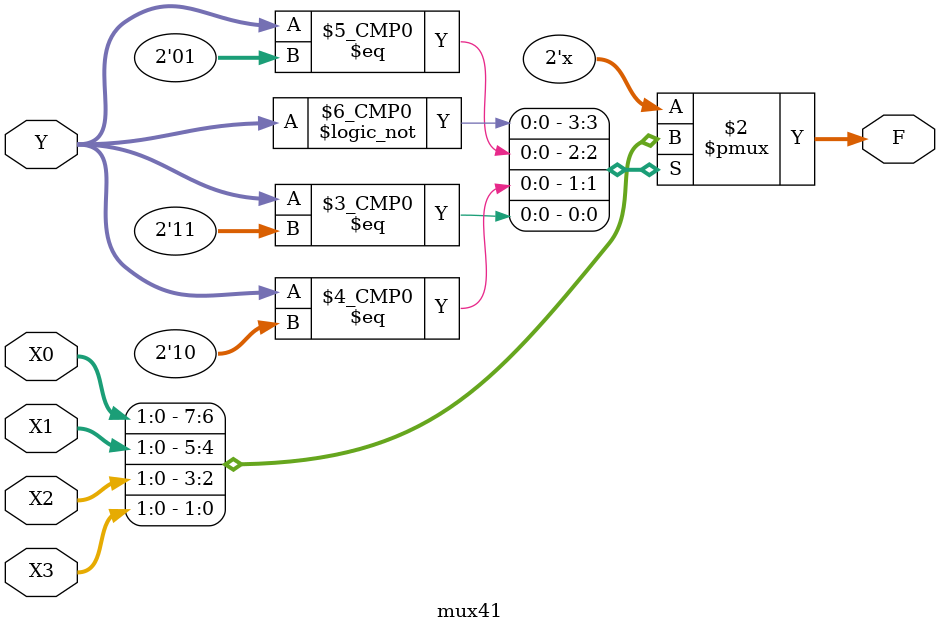
<source format=v>
 module mux41(
	input [1:0] X0,
	input [1:0] X1,
	input [1:0] X2,
	input [1:0] X3,
	input [1:0] Y,
	output reg [1:0] F
	);
	always @ (*)
		case(Y)
			0:F=X0;
			1:F=X1;
			2:F=X2;
			3:F=X3;
			default: F=2'b00;
		endcase
//add your code here

endmodule
</source>
